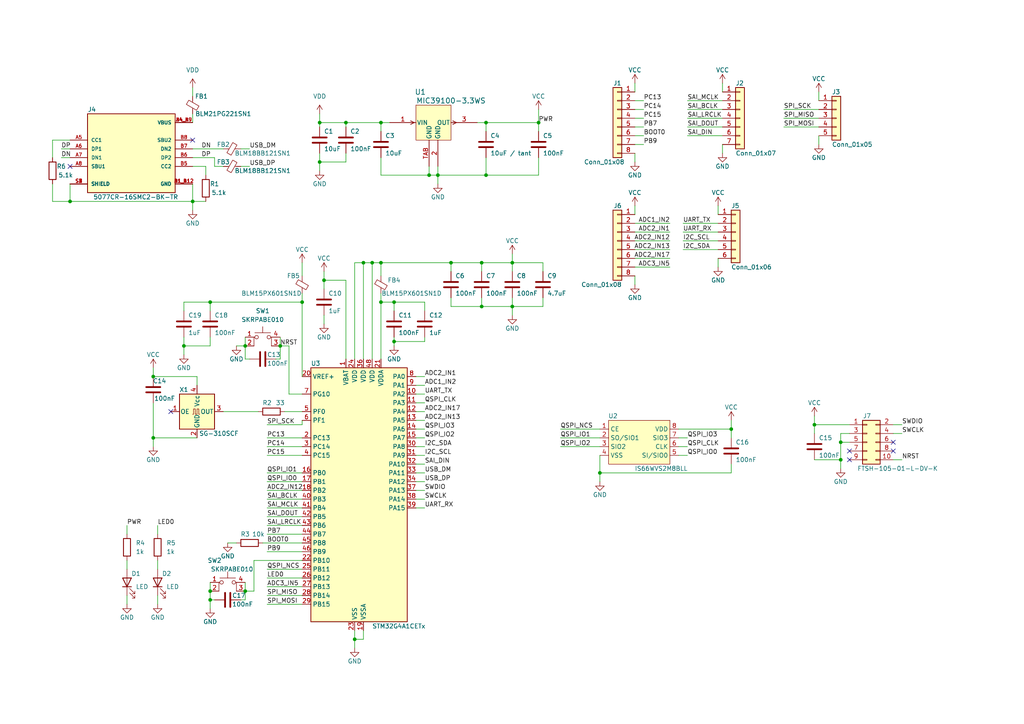
<source format=kicad_sch>
(kicad_sch (version 20230121) (generator eeschema)
  (paper "A4")
  (title_block (title "C4NDY Board") (rev "1") (company "Yamamoto Works Ltd."))
  (lib_symbols
    (symbol "Connector_Generic:Conn_01x05" (pin_names (offset 1.016) hide)
      (property "Reference" "J" (at 0 7.62 0))
      (property "Value" "Conn_01x05" (at 0 -7.62 0))
      (symbol "Conn_01x05_1_1"
        (rectangle (start -1.27 -4.953) (end 0 -5.207) (stroke (width 0.1524)))
        (rectangle (start -1.27 -2.413) (end 0 -2.667) (stroke (width 0.1524)))
        (rectangle (start -1.27 0.127) (end 0 -0.127) (stroke (width 0.1524)))
        (rectangle (start -1.27 2.667) (end 0 2.413) (stroke (width 0.1524)))
        (rectangle (start -1.27 5.207) (end 0 4.953) (stroke (width 0.1524)))
        (rectangle (start -1.27 6.35) (end 1.27 -6.35) (stroke (width 0.254)) (fill (type background)))
        (pin passive line (at -5.08 5.08 0) (length 3.81) (name "Pin_1") (number "1"))
        (pin passive line (at -5.08 2.54 0) (length 3.81) (name "Pin_2") (number "2"))
        (pin passive line (at -5.08 0 0) (length 3.81) (name "Pin_3") (number "3"))
        (pin passive line (at -5.08 -2.54 0) (length 3.81) (name "Pin_4") (number "4"))
        (pin passive line (at -5.08 -5.08 0) (length 3.81) (name "Pin_5") (number "5"))
      )
    )
    (symbol "Connector_Generic:Conn_01x06" (pin_names (offset 1.016) hide)
      (property "Reference" "J" (at 0 7.62 0))
      (property "Value" "Conn_01x06" (at 0 -10.16 0))
      (symbol "Conn_01x06_1_1"
        (rectangle (start -1.27 -7.493) (end 0 -7.747) (stroke (width 0.1524)))
        (rectangle (start -1.27 -4.953) (end 0 -5.207) (stroke (width 0.1524)))
        (rectangle (start -1.27 -2.413) (end 0 -2.667) (stroke (width 0.1524)))
        (rectangle (start -1.27 0.127) (end 0 -0.127) (stroke (width 0.1524)))
        (rectangle (start -1.27 2.667) (end 0 2.413) (stroke (width 0.1524)))
        (rectangle (start -1.27 5.207) (end 0 4.953) (stroke (width 0.1524)))
        (rectangle (start -1.27 6.35) (end 1.27 -8.89) (stroke (width 0.254)) (fill (type background)))
        (pin passive line (at -5.08 5.08 0) (length 3.81) (name "Pin_1") (number "1"))
        (pin passive line (at -5.08 2.54 0) (length 3.81) (name "Pin_2") (number "2"))
        (pin passive line (at -5.08 0 0) (length 3.81) (name "Pin_3") (number "3"))
        (pin passive line (at -5.08 -2.54 0) (length 3.81) (name "Pin_4") (number "4"))
        (pin passive line (at -5.08 -5.08 0) (length 3.81) (name "Pin_5") (number "5"))
        (pin passive line (at -5.08 -7.62 0) (length 3.81) (name "Pin_6") (number "6"))
      )
    )
    (symbol "Connector_Generic:Conn_01x07" (pin_names (offset 1.016) hide)
      (property "Reference" "J" (at 0 10.16 0))
      (property "Value" "Conn_01x07" (at 0 -10.16 0))
      (symbol "Conn_01x07_1_1"
        (rectangle (start -1.27 -7.493) (end 0 -7.747) (stroke (width 0.1524)))
        (rectangle (start -1.27 -4.953) (end 0 -5.207) (stroke (width 0.1524)))
        (rectangle (start -1.27 -2.413) (end 0 -2.667) (stroke (width 0.1524)))
        (rectangle (start -1.27 0.127) (end 0 -0.127) (stroke (width 0.1524)))
        (rectangle (start -1.27 2.667) (end 0 2.413) (stroke (width 0.1524)))
        (rectangle (start -1.27 5.207) (end 0 4.953) (stroke (width 0.1524)))
        (rectangle (start -1.27 7.747) (end 0 7.493) (stroke (width 0.1524)))
        (rectangle (start -1.27 8.89) (end 1.27 -8.89) (stroke (width 0.254)) (fill (type background)))
        (pin passive line (at -5.08 7.62 0) (length 3.81) (name "Pin_1") (number "1"))
        (pin passive line (at -5.08 5.08 0) (length 3.81) (name "Pin_2") (number "2"))
        (pin passive line (at -5.08 2.54 0) (length 3.81) (name "Pin_3") (number "3"))
        (pin passive line (at -5.08 0 0) (length 3.81) (name "Pin_4") (number "4"))
        (pin passive line (at -5.08 -2.54 0) (length 3.81) (name "Pin_5") (number "5"))
        (pin passive line (at -5.08 -5.08 0) (length 3.81) (name "Pin_6") (number "6"))
        (pin passive line (at -5.08 -7.62 0) (length 3.81) (name "Pin_7") (number "7"))
      )
    )
    (symbol "Connector_Generic:Conn_01x08" (pin_names (offset 1.016) hide)
      (property "Reference" "J" (at 0 10.16 0))
      (property "Value" "Conn_01x08" (at 0 -12.7 0))
      (symbol "Conn_01x08_1_1"
        (rectangle (start -1.27 -10.033) (end 0 -10.287) (stroke (width 0.1524)))
        (rectangle (start -1.27 -7.493) (end 0 -7.747) (stroke (width 0.1524)))
        (rectangle (start -1.27 -4.953) (end 0 -5.207) (stroke (width 0.1524)))
        (rectangle (start -1.27 -2.413) (end 0 -2.667) (stroke (width 0.1524)))
        (rectangle (start -1.27 0.127) (end 0 -0.127) (stroke (width 0.1524)))
        (rectangle (start -1.27 2.667) (end 0 2.413) (stroke (width 0.1524)))
        (rectangle (start -1.27 5.207) (end 0 4.953) (stroke (width 0.1524)))
        (rectangle (start -1.27 7.747) (end 0 7.493) (stroke (width 0.1524)))
        (rectangle (start -1.27 8.89) (end 1.27 -11.43) (stroke (width 0.254)) (fill (type background)))
        (pin passive line (at -5.08 7.62 0) (length 3.81) (name "Pin_1") (number "1"))
        (pin passive line (at -5.08 5.08 0) (length 3.81) (name "Pin_2") (number "2"))
        (pin passive line (at -5.08 2.54 0) (length 3.81) (name "Pin_3") (number "3"))
        (pin passive line (at -5.08 0 0) (length 3.81) (name "Pin_4") (number "4"))
        (pin passive line (at -5.08 -2.54 0) (length 3.81) (name "Pin_5") (number "5"))
        (pin passive line (at -5.08 -5.08 0) (length 3.81) (name "Pin_6") (number "6"))
        (pin passive line (at -5.08 -7.62 0) (length 3.81) (name "Pin_7") (number "7"))
        (pin passive line (at -5.08 -10.16 0) (length 3.81) (name "Pin_8") (number "8"))
      )
    )
    (symbol "Connector_Generic:Conn_02x05_Odd_Even" (pin_names (offset 1.016) hide)
      (property "Reference" "J" (at 1.27 7.62 0))
      (property "Value" "Conn_02x05_Odd_Even" (at 1.27 -7.62 0))
      (symbol "Conn_02x05_Odd_Even_1_1"
        (rectangle (start -1.27 -4.953) (end 0 -5.207) (stroke (width 0.1524)))
        (rectangle (start -1.27 -2.413) (end 0 -2.667) (stroke (width 0.1524)))
        (rectangle (start -1.27 0.127) (end 0 -0.127) (stroke (width 0.1524)))
        (rectangle (start -1.27 2.667) (end 0 2.413) (stroke (width 0.1524)))
        (rectangle (start -1.27 5.207) (end 0 4.953) (stroke (width 0.1524)))
        (rectangle (start -1.27 6.35) (end 3.81 -6.35) (stroke (width 0.254)) (fill (type background)))
        (rectangle (start 3.81 -4.953) (end 2.54 -5.207) (stroke (width 0.1524)))
        (rectangle (start 3.81 -2.413) (end 2.54 -2.667) (stroke (width 0.1524)))
        (rectangle (start 3.81 0.127) (end 2.54 -0.127) (stroke (width 0.1524)))
        (rectangle (start 3.81 2.667) (end 2.54 2.413) (stroke (width 0.1524)))
        (rectangle (start 3.81 5.207) (end 2.54 4.953) (stroke (width 0.1524)))
        (pin passive line (at -5.08 5.08 0) (length 3.81) (name "Pin_1") (number "1"))
        (pin passive line (at 7.62 -5.08 180) (length 3.81) (name "Pin_10") (number "10"))
        (pin passive line (at 7.62 5.08 180) (length 3.81) (name "Pin_2") (number "2"))
        (pin passive line (at -5.08 2.54 0) (length 3.81) (name "Pin_3") (number "3"))
        (pin passive line (at 7.62 2.54 180) (length 3.81) (name "Pin_4") (number "4"))
        (pin passive line (at -5.08 0 0) (length 3.81) (name "Pin_5") (number "5"))
        (pin passive line (at 7.62 0 180) (length 3.81) (name "Pin_6") (number "6"))
        (pin passive line (at -5.08 -2.54 0) (length 3.81) (name "Pin_7") (number "7"))
        (pin passive line (at 7.62 -2.54 180) (length 3.81) (name "Pin_8") (number "8"))
        (pin passive line (at -5.08 -5.08 0) (length 3.81) (name "Pin_9") (number "9"))
      )
    )
    (symbol "Device:C" (pin_numbers hide) (pin_names (offset 0.254))
      (property "Reference" "C" (at 0.635 2.54 0))
      (property "Value" "C" (at 0.635 -2.54 0))
      (symbol "C_0_1"
        (polyline (pts (xy -2.032 -0.762) (xy 2.032 -0.762)) (stroke (width 0.508)))
        (polyline (pts (xy -2.032 0.762) (xy 2.032 0.762)) (stroke (width 0.508)))
      )
      (symbol "C_1_1"
        (pin passive line (at 0 3.81 270) (length 2.794) (name "~") (number "1"))
        (pin passive line (at 0 -3.81 90) (length 2.794) (name "~") (number "2"))
      )
    )
    (symbol "Device:FerriteBead_Small" (pin_numbers hide) (pin_names (offset 0))
      (property "Reference" "FB" (at 1.905 1.27 0))
      (property "Value" "FerriteBead_Small" (at 1.905 -1.27 0))
      (symbol "FerriteBead_Small_0_1"
        (polyline (pts (xy 0 -1.27) (xy 0 -0.7874)))
        (polyline (pts (xy 0 0.889) (xy 0 1.2954)))
        (polyline (pts (xy -1.8288 0.2794) (xy -1.1176 1.4986) (xy 1.8288 -0.2032) (xy 1.1176 -1.4224) (xy -1.8288 0.2794)))
      )
      (symbol "FerriteBead_Small_1_1"
        (pin passive line (at 0 2.54 270) (length 1.27) (name "~") (number "1"))
        (pin passive line (at 0 -2.54 90) (length 1.27) (name "~") (number "2"))
      )
    )
    (symbol "Device:LED" (pin_numbers hide) (pin_names (offset 1.016) hide)
      (property "Reference" "D" (at 0 2.54 0))
      (property "Value" "LED" (at 0 -2.54 0))
      (symbol "LED_0_1"
        (polyline (pts (xy -1.27 -1.27) (xy -1.27 1.27)) (stroke (width 0.254)))
        (polyline (pts (xy -1.27 0) (xy 1.27 0)))
        (polyline (pts (xy 1.27 -1.27) (xy 1.27 1.27) (xy -1.27 0) (xy 1.27 -1.27)) (stroke (width 0.254)))
        (polyline (pts (xy -3.048 -0.762) (xy -4.572 -2.286) (xy -3.81 -2.286) (xy -4.572 -2.286) (xy -4.572 -1.524)))
        (polyline (pts (xy -1.778 -0.762) (xy -3.302 -2.286) (xy -2.54 -2.286) (xy -3.302 -2.286) (xy -3.302 -1.524)))
      )
      (symbol "LED_1_1"
        (pin passive line (at -3.81 0 0) (length 2.54) (name "K") (number "1"))
        (pin passive line (at 3.81 0 180) (length 2.54) (name "A") (number "2"))
      )
    )
    (symbol "Device:R" (pin_numbers hide) (pin_names (offset 0))
      (property "Reference" "R" (at 2.032 0 90))
      (property "Value" "R" (at 0 0 90))
      (symbol "R_0_1"
        (rectangle (start -1.016 -2.54) (end 1.016 2.54) (stroke (width 0.254)))
      )
      (symbol "R_1_1"
        (pin passive line (at 0 3.81 270) (length 1.27) (name "~") (number "1"))
        (pin passive line (at 0 -3.81 90) (length 1.27) (name "~") (number "2"))
      )
    )
    (symbol "MCU_ST_STM32G4:STM32G4A1CETx"
      (property "Reference" "U1" (at -12.7 39.37 0))
      (property "Value" "STM32G4A1CETx" (at 5.08 -36.83 0))
      (symbol "STM32G4A1CETx_0_1"
        (rectangle (start -12.7 -35.56) (end 15.24 38.1) (stroke (width 0.254)) (fill (type background)))
      )
      (symbol "STM32G4A1CETx_1_1"
        (pin power_in line (at -2.54 40.64 270) (length 2.54) (name "VBAT") (number "1"))
        (pin bidirectional line (at 17.78 30.48 180) (length 2.54) (name "PA2") (number "10"))
        (pin bidirectional line (at 17.78 27.94 180) (length 2.54) (name "PA3") (number "11"))
        (pin bidirectional line (at 17.78 25.4 180) (length 2.54) (name "PA4") (number "12"))
        (pin bidirectional line (at 17.78 22.86 180) (length 2.54) (name "PA5") (number "13"))
        (pin bidirectional line (at 17.78 20.32 180) (length 2.54) (name "PA6") (number "14"))
        (pin bidirectional line (at 17.78 17.78 180) (length 2.54) (name "PA7") (number "15"))
        (pin bidirectional line (at -15.24 7.62 0) (length 2.54) (name "PB0") (number "16"))
        (pin bidirectional line (at -15.24 5.08 0) (length 2.54) (name "PB1") (number "17"))
        (pin bidirectional line (at -15.24 2.54 0) (length 2.54) (name "PB2") (number "18"))
        (pin passive line (at 2.54 -38.1 90) (length 2.54) (name "VSSA") (number "19"))
        (pin bidirectional line (at -15.24 17.78 0) (length 2.54) (name "PC13") (number "2"))
        (pin input line (at -15.24 35.56 0) (length 2.54) (name "VREF+") (number "20"))
        (pin power_in line (at 7.62 40.64 270) (length 2.54) (name "VDDA") (number "21"))
        (pin bidirectional line (at -15.24 -17.78 0) (length 2.54) (name "PB10") (number "22"))
        (pin passive line (at 0 -38.1 90) (length 2.54) (name "VSS") (number "23"))
        (pin power_in line (at 0 40.64 270) (length 2.54) (name "VDD") (number "24"))
        (pin bidirectional line (at -15.24 -20.32 0) (length 2.54) (name "PB11") (number "25"))
        (pin bidirectional line (at -15.24 -22.86 0) (length 2.54) (name "PB12") (number "26"))
        (pin bidirectional line (at -15.24 -25.4 0) (length 2.54) (name "PB13") (number "27"))
        (pin bidirectional line (at -15.24 -27.94 0) (length 2.54) (name "PB14") (number "28"))
        (pin bidirectional line (at -15.24 -30.48 0) (length 2.54) (name "PB15") (number "29"))
        (pin bidirectional line (at -15.24 15.24 0) (length 2.54) (name "PC14") (number "3"))
        (pin bidirectional line (at 17.78 15.24 180) (length 2.54) (name "PA8") (number "30"))
        (pin bidirectional line (at 17.78 12.7 180) (length 2.54) (name "PA9") (number "31"))
        (pin bidirectional line (at 17.78 10.16 180) (length 2.54) (name "PA10") (number "32"))
        (pin bidirectional line (at 17.78 7.62 180) (length 2.54) (name "PA11") (number "33"))
        (pin bidirectional line (at 17.78 5.08 180) (length 2.54) (name "PA12") (number "34"))
        (pin passive line (at 0 -38.1 90) (length 2.54) hide (name "VSS") (number "35"))
        (pin power_in line (at 2.54 40.64 270) (length 2.54) (name "VDD") (number "36"))
        (pin bidirectional line (at 17.78 2.54 180) (length 2.54) (name "PA13") (number "37"))
        (pin bidirectional line (at 17.78 0 180) (length 2.54) (name "PA14") (number "38"))
        (pin bidirectional line (at 17.78 -2.54 180) (length 2.54) (name "PA15") (number "39"))
        (pin bidirectional line (at -15.24 12.7 0) (length 2.54) (name "PC15") (number "4"))
        (pin bidirectional line (at -15.24 0 0) (length 2.54) (name "PB3") (number "40"))
        (pin bidirectional line (at -15.24 -2.54 0) (length 2.54) (name "PB4") (number "41"))
        (pin bidirectional line (at -15.24 -5.08 0) (length 2.54) (name "PB5") (number "42"))
        (pin bidirectional line (at -15.24 -7.62 0) (length 2.54) (name "PB6") (number "43"))
        (pin bidirectional line (at -15.24 -10.16 0) (length 2.54) (name "PB7") (number "44"))
        (pin bidirectional line (at -15.24 -12.7 0) (length 2.54) (name "PB8") (number "45"))
        (pin bidirectional line (at -15.24 -15.24 0) (length 2.54) (name "PB9") (number "46"))
        (pin passive line (at 0 -38.1 90) (length 2.54) hide (name "VSS") (number "47"))
        (pin power_in line (at 5.08 40.64 270) (length 2.54) (name "VDD") (number "48"))
        (pin bidirectional line (at -15.24 25.4 0) (length 2.54) (name "PF0") (number "5"))
        (pin bidirectional line (at -15.24 22.86 0) (length 2.54) (name "PF1") (number "6"))
        (pin bidirectional line (at -15.24 30.48 0) (length 2.54) (name "PG10") (number "7"))
        (pin bidirectional line (at 17.78 35.56 180) (length 2.54) (name "PA0") (number "8"))
        (pin bidirectional line (at 17.78 33.02 180) (length 2.54) (name "PA1") (number "9"))
      )
    )
    (symbol "My_Parts:5077CR-16SMC2-BK-TR" (pin_names (offset 1.016))
      (property "Reference" "J" (at -12.7 10.922 0))
      (property "Value" "5077CR-16SMC2-BK-TR" (at -12.7 -15.24 0))
      (symbol "5077CR-16SMC2-BK-TR_0_0"
        (rectangle (start -12.7 -12.7) (end 12.7 10.16) (stroke (width 0.254)) (fill (type background)))
        (pin power_in line (at 17.78 -10.16 180) (length 5.08) (name "GND") (number "A1_B12"))
        (pin power_in line (at 17.78 7.62 180) (length 5.08) (name "VBUS") (number "A4_B9"))
        (pin passive line (at -17.78 2.54 0) (length 5.08) (name "CC1") (number "A5"))
        (pin passive line (at -17.78 0 0) (length 5.08) (name "DP1") (number "A6"))
        (pin passive line (at -17.78 -2.54 0) (length 5.08) (name "DN1") (number "A7"))
        (pin passive line (at -17.78 -5.08 0) (length 5.08) (name "SBU1") (number "A8"))
        (pin power_in line (at 17.78 -10.16 180) (length 5.08) (name "GND") (number "B1_A12"))
        (pin power_in line (at 17.78 7.62 180) (length 5.08) (name "VBUS") (number "B4_A9"))
        (pin passive line (at 17.78 -5.08 180) (length 5.08) (name "CC2") (number "B5"))
        (pin passive line (at 17.78 -2.54 180) (length 5.08) (name "DP2") (number "B6"))
        (pin passive line (at 17.78 0 180) (length 5.08) (name "DN2") (number "B7"))
        (pin passive line (at 17.78 2.54 180) (length 5.08) (name "SBU2") (number "B8"))
        (pin passive line (at -17.78 -10.16 0) (length 5.08) (name "SHIELD") (number "S1"))
        (pin passive line (at -17.78 -10.16 0) (length 5.08) (name "SHIELD") (number "S2"))
        (pin passive line (at -17.78 -10.16 0) (length 5.08) (name "SHIELD") (number "S3"))
        (pin passive line (at -17.78 -10.16 0) (length 5.08) (name "SHIELD") (number "S4"))
      )
    )
    (symbol "My_Parts:MIC39100-3.3WS" (pin_names (offset 0.254))
      (property "Reference" "U" (at 12.7 8.89 0))
      (property "Value" "MIC39100-3.3WS" (at 13.97 6.35 0))
      (symbol "MIC39100-3.3WS_0_1"
        (polyline (pts (xy 7.0993 0) (xy 6.0579 -0.5207)) (stroke (width 0.2032)))
        (polyline (pts (xy 7.0993 0) (xy 6.0579 0.5207)) (stroke (width 0.2032)))
        (polyline (pts (xy 18.3007 -0.5207) (xy 19.3421 0)) (stroke (width 0.2032)))
        (polyline (pts (xy 18.3007 0.5207) (xy 19.3421 0)) (stroke (width 0.2032)))
        (pin output line (at 25.4 0 180) (length 7.62) (name "OUT") (number "3"))
      )
      (symbol "MIC39100-3.3WS_1_1"
        (rectangle (start 7.62 5.08) (end 17.78 -5.08) (fill (type background)))
        (pin input line (at 0 0 0) (length 7.62) (name "VIN") (number "1"))
        (pin passive line (at 13.97 -12.7 90) (length 7.62) (name "GND") (number "2"))
        (pin passive line (at 11.43 -12.7 90) (length 7.62) (name "GND") (number "TAB"))
      )
    )
    (symbol "My_Parts:SRAM_QSPI"
      (property "Reference" "U" (at -8.89 7.62 0))
      (property "Value" "SRAM" (at 6.35 -7.62 0))
      (symbol "SRAM_QSPI_1_1"
        (rectangle (start -8.89 6.35) (end 8.89 -6.35) (fill (type background)))
        (pin input line (at -11.43 3.81 0) (length 2.54) (name "CE") (number "1"))
        (pin bidirectional line (at -11.43 1.27 0) (length 2.54) (name "SO/SIO1") (number "2"))
        (pin bidirectional line (at -11.43 -1.27 0) (length 2.54) (name "SIO2") (number "3"))
        (pin passive line (at -11.43 -3.81 0) (length 2.54) (name "VSS") (number "4"))
        (pin bidirectional line (at 11.43 -3.81 180) (length 2.54) (name "SI/SIO0") (number "5"))
        (pin input line (at 11.43 -1.27 180) (length 2.54) (name "CLK") (number "6"))
        (pin bidirectional line (at 11.43 1.27 180) (length 2.54) (name "SIO3") (number "7"))
        (pin power_in line (at 11.43 3.81 180) (length 2.54) (name "VDD") (number "8"))
      )
    )
    (symbol "Oscillator:SG-8002CE" (pin_names (offset 0.254))
      (property "Reference" "X1" (at -3.81 6.35 0))
      (property "Value" "SG-310SCF" (at 6.35 -6.35 0))
      (symbol "SG-8002CE_0_1"
        (rectangle (start -5.08 5.08) (end 5.08 -5.08) (stroke (width 0.254)) (fill (type background)))
        (polyline (pts (xy -1.27 -0.762) (xy -1.016 -0.762) (xy -1.016 0.762) (xy -0.508 0.762) (xy -0.508 -0.762) (xy 0 -0.762) (xy 0 0.762) (xy 0.508 0.762) (xy 0.508 -0.762) (xy 0.762 -0.762)))
      )
      (symbol "SG-8002CE_1_1"
        (pin input line (at -7.62 0 0) (length 2.54) (name "OE") (number "1"))
        (pin passive line (at 0 -7.62 90) (length 2.54) (name "GND") (number "2"))
        (pin output line (at 7.62 0 180) (length 2.54) (name "OUT") (number "3"))
        (pin power_in line (at 0 7.62 270) (length 2.54) (name "Vcc") (number "4"))
      )
    )
    (symbol "Switch:SW_MEC_5E" (pin_names (offset 1.016) hide)
      (property "Reference" "SW" (at 0.635 5.715 0))
      (property "Value" "SW_MEC_5E" (at 0 -3.175 0))
      (symbol "SW_MEC_5E_0_1"
        (circle (center -1.778 2.54) (radius 0.508))
        (polyline (pts (xy -2.286 3.81) (xy 2.286 3.81)))
        (polyline (pts (xy 0 3.81) (xy 0 5.588)))
        (polyline (pts (xy -2.54 0) (xy -2.54 2.54) (xy -2.286 2.54)))
        (polyline (pts (xy 2.54 0) (xy 2.54 2.54) (xy 2.286 2.54)))
        (circle (center 1.778 2.54) (radius 0.508))
        (pin passive line (at -5.08 2.54 0) (length 2.54) (name "1") (number "1"))
        (pin passive line (at -5.08 0 0) (length 2.54) (name "2") (number "2"))
        (pin passive line (at 5.08 0 180) (length 2.54) (name "K") (number "3"))
        (pin passive line (at 5.08 2.54 180) (length 2.54) (name "A") (number "4"))
      )
    )
    (symbol "power:GND" (power) (pin_names (offset 0))
      (property "Value" "GND" (at 0 -3.81 0))
      (symbol "GND_0_1"
        (polyline (pts (xy 0 0) (xy 0 -1.27) (xy 1.27 -1.27) (xy 0 -2.54) (xy -1.27 -1.27) (xy 0 -1.27)))
      )
      (symbol "GND_1_1"
        (pin power_in line (at 0 0 270) (length 0) hide (name "GND") (number "1"))
      )
    )
    (symbol "power:VCC" (power) (pin_names (offset 0))
      (property "Value" "VCC" (at 0 3.81 0))
      (symbol "VCC_0_1"
        (polyline (pts (xy -0.762 1.27) (xy 0 2.54)))
        (polyline (pts (xy 0 0) (xy 0 2.54)))
        (polyline (pts (xy 0 2.54) (xy 0.762 1.27)))
      )
      (symbol "VCC_1_1"
        (pin power_in line (at 0 0 90) (length 0) hide (name "VCC") (number "1"))
      )
    )
    (symbol "power:VDD" (power) (pin_names (offset 0))
      (property "Value" "VDD" (at 0 3.81 0))
      (symbol "VDD_0_1"
        (polyline (pts (xy -0.762 1.27) (xy 0 2.54)))
        (polyline (pts (xy 0 0) (xy 0 2.54)))
        (polyline (pts (xy 0 2.54) (xy 0.762 1.27)))
      )
      (symbol "VDD_1_1"
        (pin power_in line (at 0 0 90) (length 0) hide (name "VDD") (number "1"))
      )
    )
  )
  (junction (at 130.81 76.2))
  (junction (at 105.41 76.2))
  (junction (at 20.32 58.42))
  (junction (at 93.98 81.28))
  (junction (at 236.22 123.19))
  (junction (at 102.87 185.42))
  (junction (at 243.84 128.27))
  (junction (at 110.49 87.63))
  (junction (at 124.46 50.8))
  (junction (at 100.33 35.56))
  (junction (at 114.3 87.63))
  (junction (at 110.49 76.2))
  (junction (at 60.96 173.99))
  (junction (at 60.96 171.45))
  (junction (at 92.71 35.56))
  (junction (at 44.45 109.22))
  (junction (at 107.95 76.2))
  (junction (at 140.97 50.8))
  (junction (at 110.49 35.56))
  (junction (at 212.09 124.46))
  (junction (at 87.63 87.63))
  (junction (at 173.99 137.16))
  (junction (at 148.59 88.9))
  (junction (at 127 50.8))
  (junction (at 71.12 100.33))
  (junction (at 156.21 35.56))
  (junction (at 243.84 133.35))
  (junction (at 71.12 171.45))
  (junction (at 81.28 100.33))
  (junction (at 139.7 76.2))
  (junction (at 114.3 99.06))
  (junction (at 53.34 100.33))
  (junction (at 140.97 35.56))
  (junction (at 55.88 58.42))
  (junction (at 148.59 76.2))
  (junction (at 139.7 88.9))
  (junction (at 60.96 87.63))
  (junction (at 92.71 46.99))
  (junction (at 44.45 127))
  (no_connect (at 259.08 128.27))
  (no_connect (at 55.88 40.64))
  (no_connect (at 49.53 119.38))
  (no_connect (at 246.38 133.35))
  (no_connect (at 259.08 130.81))
  (no_connect (at 20.32 48.26))
  (no_connect (at 246.38 130.81))
  (wire (pts (xy 100.33 44.45) (xy 100.33 46.99)))
  (wire (pts (xy 87.63 87.63) (xy 87.63 109.22)))
  (wire (pts (xy 120.65 142.24) (xy 123.19 142.24)))
  (wire (pts (xy 156.21 35.56) (xy 156.21 38.1)))
  (wire (pts (xy 114.3 97.79) (xy 114.3 99.06)))
  (wire (pts (xy 53.34 90.17) (xy 53.34 87.63)))
  (wire (pts (xy 83.82 114.3) (xy 87.63 114.3)))
  (wire (pts (xy 184.15 36.83) (xy 186.69 36.83)))
  (wire (pts (xy 259.08 133.35) (xy 261.62 133.35)))
  (wire (pts (xy 120.65 129.54) (xy 123.19 129.54)))
  (wire (pts (xy 199.39 29.21) (xy 209.55 29.21)))
  (wire (pts (xy 17.78 43.18) (xy 20.32 43.18)))
  (wire (pts (xy 83.82 100.33) (xy 83.82 114.3)))
  (wire (pts (xy 15.24 58.42) (xy 20.32 58.42)))
  (wire (pts (xy 139.7 86.36) (xy 139.7 88.9)))
  (wire (pts (xy 124.46 48.26) (xy 124.46 50.8)))
  (wire (pts (xy 157.48 78.74) (xy 157.48 76.2)))
  (wire (pts (xy 162.56 127) (xy 173.99 127)))
  (wire (pts (xy 15.24 53.34) (xy 15.24 58.42)))
  (wire (pts (xy 140.97 35.56) (xy 156.21 35.56)))
  (wire (pts (xy 102.87 185.42) (xy 102.87 187.96)))
  (wire (pts (xy 199.39 36.83) (xy 209.55 36.83)))
  (wire (pts (xy 243.84 128.27) (xy 243.84 133.35)))
  (wire (pts (xy 130.81 86.36) (xy 130.81 88.9)))
  (wire (pts (xy 196.85 132.08) (xy 199.39 132.08)))
  (wire (pts (xy 156.21 45.72) (xy 156.21 50.8)))
  (wire (pts (xy 82.55 119.38) (xy 87.63 119.38)))
  (wire (pts (xy 17.78 45.72) (xy 20.32 45.72)))
  (wire (pts (xy 66.04 157.48) (xy 68.58 157.48)))
  (wire (pts (xy 212.09 137.16) (xy 173.99 137.16)))
  (wire (pts (xy 114.3 99.06) (xy 114.3 100.33)))
  (wire (pts (xy 212.09 124.46) (xy 212.09 127)))
  (wire (pts (xy 259.08 123.19) (xy 261.62 123.19)))
  (wire (pts (xy 102.87 182.88) (xy 102.87 185.42)))
  (wire (pts (xy 194.31 72.39) (xy 184.15 72.39)))
  (wire (pts (xy 243.84 128.27) (xy 246.38 128.27)))
  (wire (pts (xy 77.47 147.32) (xy 87.63 147.32)))
  (wire (pts (xy 87.63 123.19) (xy 87.63 121.92)))
  (wire (pts (xy 53.34 97.79) (xy 53.34 100.33)))
  (wire (pts (xy 107.95 76.2) (xy 107.95 104.14)))
  (wire (pts (xy 157.48 88.9) (xy 148.59 88.9)))
  (wire (pts (xy 148.59 73.66) (xy 148.59 76.2)))
  (wire (pts (xy 110.49 35.56) (xy 110.49 38.1)))
  (wire (pts (xy 110.49 35.56) (xy 100.33 35.56)))
  (wire (pts (xy 92.71 44.45) (xy 92.71 46.99)))
  (wire (pts (xy 110.49 35.56) (xy 113.03 35.56)))
  (wire (pts (xy 157.48 76.2) (xy 148.59 76.2)))
  (wire (pts (xy 69.85 43.18) (xy 72.39 43.18)))
  (wire (pts (xy 20.32 58.42) (xy 55.88 58.42)))
  (wire (pts (xy 110.49 45.72) (xy 110.49 50.8)))
  (wire (pts (xy 77.47 149.86) (xy 87.63 149.86)))
  (wire (pts (xy 246.38 123.19) (xy 236.22 123.19)))
  (wire (pts (xy 36.83 162.56) (xy 36.83 165.1)))
  (wire (pts (xy 55.88 58.42) (xy 59.69 58.42)))
  (wire (pts (xy 237.49 39.37) (xy 237.49 41.91)))
  (wire (pts (xy 77.47 167.64) (xy 87.63 167.64)))
  (wire (pts (xy 148.59 76.2) (xy 139.7 76.2)))
  (wire (pts (xy 71.12 168.91) (xy 71.12 171.45)))
  (wire (pts (xy 73.66 162.56) (xy 73.66 171.45)))
  (wire (pts (xy 208.28 74.93) (xy 208.28 77.47)))
  (wire (pts (xy 69.85 48.26) (xy 72.39 48.26)))
  (wire (pts (xy 77.47 127) (xy 87.63 127)))
  (wire (pts (xy 59.69 48.26) (xy 59.69 50.8)))
  (wire (pts (xy 60.96 100.33) (xy 53.34 100.33)))
  (wire (pts (xy 60.96 168.91) (xy 60.96 171.45)))
  (wire (pts (xy 55.88 43.18) (xy 64.77 43.18)))
  (wire (pts (xy 77.47 139.7) (xy 87.63 139.7)))
  (wire (pts (xy 123.19 99.06) (xy 114.3 99.06)))
  (wire (pts (xy 123.19 90.17) (xy 123.19 87.63)))
  (wire (pts (xy 184.15 34.29) (xy 186.69 34.29)))
  (wire (pts (xy 184.15 80.01) (xy 184.15 82.55)))
  (wire (pts (xy 130.81 78.74) (xy 130.81 76.2)))
  (wire (pts (xy 73.66 162.56) (xy 87.63 162.56)))
  (wire (pts (xy 120.65 144.78) (xy 123.19 144.78)))
  (wire (pts (xy 139.7 88.9) (xy 130.81 88.9)))
  (wire (pts (xy 157.48 86.36) (xy 157.48 88.9)))
  (wire (pts (xy 120.65 116.84) (xy 123.19 116.84)))
  (wire (pts (xy 60.96 90.17) (xy 60.96 87.63)))
  (wire (pts (xy 227.33 31.75) (xy 237.49 31.75)))
  (wire (pts (xy 236.22 123.19) (xy 236.22 120.65)))
  (wire (pts (xy 196.85 124.46) (xy 212.09 124.46)))
  (wire (pts (xy 140.97 45.72) (xy 140.97 50.8)))
  (wire (pts (xy 184.15 39.37) (xy 186.69 39.37)))
  (wire (pts (xy 77.47 175.26) (xy 87.63 175.26)))
  (wire (pts (xy 162.56 124.46) (xy 173.99 124.46)))
  (wire (pts (xy 77.47 129.54) (xy 87.63 129.54)))
  (wire (pts (xy 110.49 85.09) (xy 110.49 87.63)))
  (wire (pts (xy 199.39 31.75) (xy 209.55 31.75)))
  (wire (pts (xy 184.15 41.91) (xy 186.69 41.91)))
  (wire (pts (xy 36.83 152.4) (xy 36.83 154.94)))
  (wire (pts (xy 236.22 123.19) (xy 236.22 125.73)))
  (wire (pts (xy 124.46 50.8) (xy 127 50.8)))
  (wire (pts (xy 162.56 129.54) (xy 173.99 129.54)))
  (wire (pts (xy 87.63 85.09) (xy 87.63 87.63)))
  (wire (pts (xy 76.2 157.48) (xy 87.63 157.48)))
  (wire (pts (xy 100.33 36.83) (xy 100.33 35.56)))
  (wire (pts (xy 55.88 48.26) (xy 59.69 48.26)))
  (wire (pts (xy 184.15 31.75) (xy 186.69 31.75)))
  (wire (pts (xy 105.41 76.2) (xy 105.41 104.14)))
  (wire (pts (xy 198.12 72.39) (xy 208.28 72.39)))
  (wire (pts (xy 62.23 45.72) (xy 62.23 48.26)))
  (wire (pts (xy 138.43 35.56) (xy 140.97 35.56)))
  (wire (pts (xy 123.19 97.79) (xy 123.19 99.06)))
  (wire (pts (xy 110.49 76.2) (xy 130.81 76.2)))
  (wire (pts (xy 114.3 87.63) (xy 110.49 87.63)))
  (wire (pts (xy 120.65 147.32) (xy 123.19 147.32)))
  (wire (pts (xy 77.47 142.24) (xy 87.63 142.24)))
  (wire (pts (xy 120.65 121.92) (xy 123.19 121.92)))
  (wire (pts (xy 120.65 137.16) (xy 123.19 137.16)))
  (wire (pts (xy 80.01 104.14) (xy 81.28 104.14)))
  (wire (pts (xy 45.72 172.72) (xy 45.72 175.26)))
  (wire (pts (xy 87.63 80.01) (xy 87.63 76.2)))
  (wire (pts (xy 110.49 87.63) (xy 110.49 104.14)))
  (wire (pts (xy 194.31 69.85) (xy 184.15 69.85)))
  (wire (pts (xy 114.3 90.17) (xy 114.3 87.63)))
  (wire (pts (xy 105.41 182.88) (xy 105.41 185.42)))
  (wire (pts (xy 123.19 87.63) (xy 114.3 87.63)))
  (wire (pts (xy 44.45 116.84) (xy 44.45 127)))
  (wire (pts (xy 194.31 64.77) (xy 184.15 64.77)))
  (wire (pts (xy 77.47 137.16) (xy 87.63 137.16)))
  (wire (pts (xy 100.33 81.28) (xy 100.33 104.14)))
  (wire (pts (xy 209.55 41.91) (xy 209.55 44.45)))
  (wire (pts (xy 227.33 36.83) (xy 237.49 36.83)))
  (wire (pts (xy 77.47 144.78) (xy 87.63 144.78)))
  (wire (pts (xy 77.47 172.72) (xy 87.63 172.72)))
  (wire (pts (xy 92.71 46.99) (xy 92.71 49.53)))
  (wire (pts (xy 77.47 123.19) (xy 87.63 123.19)))
  (wire (pts (xy 120.65 134.62) (xy 123.19 134.62)))
  (wire (pts (xy 81.28 104.14) (xy 81.28 100.33)))
  (wire (pts (xy 44.45 127) (xy 57.15 127)))
  (wire (pts (xy 100.33 81.28) (xy 93.98 81.28)))
  (wire (pts (xy 53.34 87.63) (xy 60.96 87.63)))
  (wire (pts (xy 53.34 100.33) (xy 53.34 102.87)))
  (wire (pts (xy 60.96 173.99) (xy 62.23 173.99)))
  (wire (pts (xy 62.23 48.26) (xy 64.77 48.26)))
  (wire (pts (xy 36.83 172.72) (xy 36.83 175.26)))
  (wire (pts (xy 45.72 162.56) (xy 45.72 165.1)))
  (wire (pts (xy 184.15 29.21) (xy 186.69 29.21)))
  (wire (pts (xy 173.99 137.16) (xy 173.99 139.7)))
  (wire (pts (xy 60.96 87.63) (xy 87.63 87.63)))
  (wire (pts (xy 139.7 76.2) (xy 139.7 78.74)))
  (wire (pts (xy 139.7 76.2) (xy 130.81 76.2)))
  (wire (pts (xy 156.21 31.75) (xy 156.21 35.56)))
  (wire (pts (xy 140.97 35.56) (xy 140.97 38.1)))
  (wire (pts (xy 100.33 46.99) (xy 92.71 46.99)))
  (wire (pts (xy 246.38 125.73) (xy 243.84 125.73)))
  (wire (pts (xy 69.85 173.99) (xy 71.12 173.99)))
  (wire (pts (xy 71.12 173.99) (xy 71.12 171.45)))
  (wire (pts (xy 194.31 74.93) (xy 184.15 74.93)))
  (wire (pts (xy 212.09 124.46) (xy 212.09 121.92)))
  (wire (pts (xy 71.12 104.14) (xy 71.12 100.33)))
  (wire (pts (xy 148.59 88.9) (xy 148.59 91.44)))
  (wire (pts (xy 45.72 152.4) (xy 45.72 154.94)))
  (wire (pts (xy 259.08 125.73) (xy 261.62 125.73)))
  (wire (pts (xy 110.49 50.8) (xy 124.46 50.8)))
  (wire (pts (xy 55.88 33.02) (xy 55.88 35.56)))
  (wire (pts (xy 55.88 45.72) (xy 62.23 45.72)))
  (wire (pts (xy 81.28 100.33) (xy 83.82 100.33)))
  (wire (pts (xy 60.96 173.99) (xy 60.96 176.53)))
  (wire (pts (xy 209.55 24.13) (xy 209.55 26.67)))
  (wire (pts (xy 77.47 132.08) (xy 87.63 132.08)))
  (wire (pts (xy 93.98 81.28) (xy 93.98 83.82)))
  (wire (pts (xy 198.12 69.85) (xy 208.28 69.85)))
  (wire (pts (xy 68.58 100.33) (xy 71.12 100.33)))
  (wire (pts (xy 102.87 76.2) (xy 105.41 76.2)))
  (wire (pts (xy 44.45 109.22) (xy 57.15 109.22)))
  (wire (pts (xy 184.15 44.45) (xy 184.15 46.99)))
  (wire (pts (xy 173.99 137.16) (xy 173.99 132.08)))
  (wire (pts (xy 105.41 76.2) (xy 107.95 76.2)))
  (wire (pts (xy 184.15 24.13) (xy 184.15 26.67)))
  (wire (pts (xy 198.12 67.31) (xy 208.28 67.31)))
  (wire (pts (xy 148.59 78.74) (xy 148.59 76.2)))
  (wire (pts (xy 44.45 106.68) (xy 44.45 109.22)))
  (wire (pts (xy 184.15 59.69) (xy 184.15 62.23)))
  (wire (pts (xy 156.21 50.8) (xy 140.97 50.8)))
  (wire (pts (xy 71.12 97.79) (xy 71.12 100.33)))
  (wire (pts (xy 102.87 76.2) (xy 102.87 104.14)))
  (wire (pts (xy 93.98 78.74) (xy 93.98 81.28)))
  (wire (pts (xy 77.47 170.18) (xy 87.63 170.18)))
  (wire (pts (xy 199.39 34.29) (xy 209.55 34.29)))
  (wire (pts (xy 57.15 109.22) (xy 57.15 111.76)))
  (wire (pts (xy 120.65 111.76) (xy 123.19 111.76)))
  (wire (pts (xy 20.32 40.64) (xy 15.24 40.64)))
  (wire (pts (xy 71.12 171.45) (xy 73.66 171.45)))
  (wire (pts (xy 100.33 35.56) (xy 92.71 35.56)))
  (wire (pts (xy 64.77 119.38) (xy 74.93 119.38)))
  (wire (pts (xy 120.65 127) (xy 123.19 127)))
  (wire (pts (xy 55.88 53.34) (xy 55.88 58.42)))
  (wire (pts (xy 243.84 133.35) (xy 243.84 135.89)))
  (wire (pts (xy 77.47 154.94) (xy 87.63 154.94)))
  (wire (pts (xy 60.96 97.79) (xy 60.96 100.33)))
  (wire (pts (xy 196.85 127) (xy 199.39 127)))
  (wire (pts (xy 77.47 165.1) (xy 87.63 165.1)))
  (wire (pts (xy 208.28 59.69) (xy 208.28 62.23)))
  (wire (pts (xy 20.32 53.34) (xy 20.32 58.42)))
  (wire (pts (xy 44.45 127) (xy 44.45 129.54)))
  (wire (pts (xy 81.28 97.79) (xy 81.28 100.33)))
  (wire (pts (xy 92.71 33.02) (xy 92.71 35.56)))
  (wire (pts (xy 199.39 39.37) (xy 209.55 39.37)))
  (wire (pts (xy 243.84 125.73) (xy 243.84 128.27)))
  (wire (pts (xy 110.49 80.01) (xy 110.49 76.2)))
  (wire (pts (xy 72.39 104.14) (xy 71.12 104.14)))
  (wire (pts (xy 227.33 34.29) (xy 237.49 34.29)))
  (wire (pts (xy 237.49 26.67) (xy 237.49 29.21)))
  (wire (pts (xy 194.31 77.47) (xy 184.15 77.47)))
  (wire (pts (xy 120.65 139.7) (xy 123.19 139.7)))
  (wire (pts (xy 93.98 91.44) (xy 93.98 93.98)))
  (wire (pts (xy 105.41 185.42) (xy 102.87 185.42)))
  (wire (pts (xy 120.65 119.38) (xy 123.19 119.38)))
  (wire (pts (xy 120.65 124.46) (xy 123.19 124.46)))
  (wire (pts (xy 212.09 134.62) (xy 212.09 137.16)))
  (wire (pts (xy 15.24 40.64) (xy 15.24 45.72)))
  (wire (pts (xy 60.96 171.45) (xy 60.96 173.99)))
  (wire (pts (xy 77.47 152.4) (xy 87.63 152.4)))
  (wire (pts (xy 127 50.8) (xy 127 53.34)))
  (wire (pts (xy 55.88 58.42) (xy 55.88 60.96)))
  (wire (pts (xy 55.88 25.4) (xy 55.88 27.94)))
  (wire (pts (xy 107.95 76.2) (xy 110.49 76.2)))
  (wire (pts (xy 120.65 109.22) (xy 123.19 109.22)))
  (wire (pts (xy 196.85 129.54) (xy 199.39 129.54)))
  (wire (pts (xy 236.22 133.35) (xy 243.84 133.35)))
  (wire (pts (xy 92.71 35.56) (xy 92.71 36.83)))
  (wire (pts (xy 77.47 160.02) (xy 87.63 160.02)))
  (wire (pts (xy 127 48.26) (xy 127 50.8)))
  (wire (pts (xy 148.59 88.9) (xy 139.7 88.9)))
  (wire (pts (xy 120.65 132.08) (xy 123.19 132.08)))
  (wire (pts (xy 148.59 86.36) (xy 148.59 88.9)))
  (wire (pts (xy 140.97 50.8) (xy 127 50.8)))
  (wire (pts (xy 198.12 64.77) (xy 208.28 64.77)))
  (wire (pts (xy 120.65 114.3) (xy 123.19 114.3)))
  (wire (pts (xy 194.31 67.31) (xy 184.15 67.31)))
  (label "SAI_DOUT" (at 199.39 36.83 0))
  (label "ADC2_IN1" (at 194.31 67.31 180))
  (label "SPI_MOSI" (at 227.33 36.83 0))
  (label "QSPI_IO0" (at 199.39 132.08 0))
  (label "SAI_MCLK" (at 77.47 147.32 0))
  (label "BOOT0" (at 77.47 157.48 0))
  (label "SAI_BCLK" (at 199.39 31.75 0))
  (label "SPI_SCK" (at 227.33 31.75 0))
  (label "QSPI_IO3" (at 123.19 124.46 0))
  (label "SPI_MISO" (at 77.47 172.72 0))
  (label "SPI_SCK" (at 77.47 123.19 0))
  (label "ADC2_IN1" (at 123.19 109.22 0))
  (label "ADC1_IN2" (at 194.31 64.77 180))
  (label "PC13" (at 186.69 29.21 0))
  (label "ADC2_IN12" (at 194.31 69.85 180))
  (label "PB7" (at 186.69 36.83 0))
  (label "QSPI_IO1" (at 77.47 137.16 0))
  (label "SAI_MCLK" (at 199.39 29.21 0))
  (label "USB_DP" (at 123.19 139.7 0))
  (label "ADC2_IN17" (at 123.19 119.38 0))
  (label "PC13" (at 77.47 127 0))
  (label "DN" (at 17.78 45.72 0))
  (label "PB9" (at 186.69 41.91 0))
  (label "LED0" (at 77.47 167.64 0))
  (label "ADC3_IN5" (at 77.47 170.18 0))
  (label "UART_TX" (at 123.19 114.3 0))
  (label "PC15" (at 186.69 34.29 0))
  (label "SAI_LRCLK" (at 77.47 152.4 0))
  (label "ADC2_IN13" (at 194.31 72.39 180))
  (label "QSPI_IO3" (at 199.39 127 0))
  (label "PWR" (at 36.83 152.4 0))
  (label "ADC1_IN2" (at 123.19 111.76 0))
  (label "QSPI_CLK" (at 123.19 116.84 0))
  (label "PB9" (at 77.47 160.02 0))
  (label "QSPI_CLK" (at 199.39 129.54 0))
  (label "SPI_MOSI" (at 77.47 175.26 0))
  (label "BOOT0" (at 186.69 39.37 0))
  (label "SPI_MISO" (at 227.33 34.29 0))
  (label "SWCLK" (at 261.62 125.73 0))
  (label "UART_TX" (at 198.12 64.77 0))
  (label "I2C_SDA" (at 123.19 129.54 0))
  (label "QSPI_NCS" (at 77.47 165.1 0))
  (label "NRST" (at 81.28 100.33 0))
  (label "PC14" (at 186.69 31.75 0))
  (label "I2C_SDA" (at 198.12 72.39 0))
  (label "SAI_DOUT" (at 77.47 149.86 0))
  (label "ADC2_IN13" (at 123.19 121.92 0))
  (label "NRST" (at 261.62 133.35 0))
  (label "QSPI_IO2" (at 162.56 129.54 0))
  (label "SAI_LRCLK" (at 199.39 34.29 0))
  (label "SAI_DIN" (at 123.19 134.62 0))
  (label "PB7" (at 77.47 154.94 0))
  (label "DN" (at 58.42 43.18 0))
  (label "ADC2_IN17" (at 194.31 74.93 180))
  (label "USB_DP" (at 72.39 48.26 0))
  (label "QSPI_IO1" (at 162.56 127 0))
  (label "SWCLK" (at 123.19 144.78 0))
  (label "UART_RX" (at 198.12 67.31 0))
  (label "SAI_DIN" (at 199.39 39.37 0))
  (label "UART_RX" (at 123.19 147.32 0))
  (label "QSPI_IO2" (at 123.19 127 0))
  (label "ADC2_IN12" (at 77.47 142.24 0))
  (label "ADC3_IN5" (at 194.31 77.47 180))
  (label "PC14" (at 77.47 129.54 0))
  (label "QSPI_IO0" (at 77.47 139.7 0))
  (label "PC15" (at 77.47 132.08 0))
  (label "PWR" (at 156.21 35.56 0))
  (label "USB_DM" (at 72.39 43.18 0))
  (label "SAI_BCLK" (at 77.47 144.78 0))
  (label "LED0" (at 45.72 152.4 0))
  (label "I2C_SCL" (at 198.12 69.85 0))
  (label "SWDIO" (at 261.62 123.19 0))
  (label "QSPI_NCS" (at 162.56 124.46 0))
  (label "SWDIO" (at 123.19 142.24 0))
  (label "I2C_SCL" (at 123.19 132.08 0))
  (label "DP" (at 17.78 43.18 0))
  (label "DP" (at 58.42 45.72 0))
  (label "USB_DM" (at 123.19 137.16 0))
  (symbol (lib_id "power:GND") (at 173.99 139.7 0) (unit 1)
    (property "Reference" "#PWR028" (effects hide))
    (property "Value" "GND" (at 173.99 143.51 0))
  )
  (symbol (lib_id "power:VCC") (at 93.98 78.74 0) (unit 1)
    (property "Reference" "#PWR017" (effects hide))
    (property "Value" "VCC" (at 93.98 74.93 0))
  )
  (symbol (lib_id "Device:C") (at 110.49 41.91 0) (unit 1)
    (property "Reference" "C3" (at 111.76 39.37 0) (effects (justify left)))
    (property "Value" "10uF" (at 111.76 44.45 0) (effects (justify left)))
    (property "Footprint" "Capacitor_SMD:C_0603_1608Metric" (effects hide))
  )
  (symbol (lib_id "power:VCC") (at 184.15 24.13 0) (unit 1)
    (property "Reference" "#PWR01" (effects hide))
    (property "Value" "VCC" (at 184.15 20.32 0))
  )
  (symbol (lib_id "power:GND") (at 237.49 41.91 0) (unit 1)
    (property "Reference" "#PWR07" (effects hide))
    (property "Value" "GND" (at 237.49 45.72 0))
  )
  (symbol (lib_id "Device:FerriteBead_Small") (at 87.63 82.55 180) (unit 1)
    (property "Reference" "FB5" (at 85.09 80.01 0))
    (property "Value" "BLM15PX601SN1D" (at 78.74 85.09 0))
    (property "Footprint" "Inductor_SMD:L_0402_1005Metric" (effects hide))
  )
  (symbol (lib_id "Device:R") (at 45.72 158.75 0) (unit 1)
    (property "Reference" "R5" (at 48.26 157.48 0) (effects (justify left)))
    (property "Value" "1k" (at 48.26 160.02 0) (effects (justify left)))
    (property "Footprint" "Resistor_SMD:R_0402_1005Metric" (effects hide))
  )
  (symbol (lib_id "Connector_Generic:Conn_02x05_Odd_Even") (at 251.46 128.27 0) (unit 1)
    (property "Reference" "J7" (at 251.46 120.65 0))
    (property "Value" "FTSH-105-01-L-DV-K" (at 260.35 135.89 0))
    (property "Footprint" "My_Parts:SAMTEC_FTSH-105-XX-X-DV" (effects hide))
  )
  (symbol (lib_id "power:GND") (at 45.72 175.26 0) (unit 1)
    (property "Reference" "#PWR031" (effects hide))
    (property "Value" "GND" (at 45.72 179.07 0))
  )
  (symbol (lib_id "Device:C") (at 139.7 82.55 0) (unit 1)
    (property "Reference" "C7" (at 140.97 80.01 0) (effects (justify left)))
    (property "Value" "100nF" (at 140.97 85.09 0) (effects (justify left)))
    (property "Footprint" "Capacitor_SMD:C_0402_1005Metric" (effects hide))
  )
  (symbol (lib_id "Device:R") (at 78.74 119.38 90) (unit 1)
    (property "Reference" "R2" (at 77.47 116.84 90))
    (property "Value" "33" (at 81.28 116.84 90))
    (property "Footprint" "Resistor_SMD:R_0402_1005Metric" (effects hide))
  )
  (symbol (lib_id "Connector_Generic:Conn_01x07") (at 214.63 34.29 0) (unit 1)
    (property "Reference" "J2" (at 213.36 24.13 0) (effects (justify left)))
    (property "Value" "Conn_01x07" (at 213.36 44.45 0) (effects (justify left)))
    (property "Footprint" "My_Parts:PinHeader_1x07_P2.54mm_Vertical" (effects hide))
  )
  (symbol (lib_id "Device:FerriteBead_Small") (at 110.49 82.55 180) (unit 1)
    (property "Reference" "FB4" (at 114.3 81.28 0))
    (property "Value" "BLM15PX601SN1D" (at 119.38 85.09 0))
    (property "Footprint" "Inductor_SMD:L_0402_1005Metric" (effects hide))
  )
  (symbol (lib_id "Device:R") (at 59.69 54.61 0) (unit 1)
    (property "Reference" "R1" (at 62.23 53.34 0))
    (property "Value" "5.1k" (at 63.5 55.88 0))
    (property "Footprint" "Resistor_SMD:R_0402_1005Metric" (effects hide))
  )
  (symbol (lib_id "Device:C") (at 123.19 93.98 0) (unit 1)
    (property "Reference" "C12" (at 124.46 91.44 0) (effects (justify left)))
    (property "Value" "1uF" (at 124.46 96.52 0) (effects (justify left)))
    (property "Footprint" "Capacitor_SMD:C_0402_1005Metric" (effects hide))
  )
  (symbol (lib_id "Switch:SW_MEC_5E") (at 66.04 171.45 0) (unit 1)
    (property "Reference" "SW2" (at 62.23 162.56 0))
    (property "Value" "SKRPABE010" (at 67.31 165.1 0))
    (property "Footprint" "My_Parts:SKRPABE010" (effects hide))
    (property "Datasheet" "http://www.apem.com/int/index.php?controller=attachment&id_attachment=1371" (effects hide))
  )
  (symbol (lib_id "Device:C") (at 114.3 93.98 0) (unit 1)
    (property "Reference" "C11" (at 115.57 91.44 0) (effects (justify left)))
    (property "Value" "100nF" (at 115.57 96.52 0) (effects (justify left)))
    (property "Footprint" "Capacitor_SMD:C_0402_1005Metric" (effects hide))
  )
  (symbol (lib_id "Switch:SW_MEC_5E") (at 76.2 100.33 0) (unit 1)
    (property "Reference" "SW1" (at 76.2 90.17 0))
    (property "Value" "SKRPABE010" (at 76.2 92.71 0))
    (property "Footprint" "My_Parts:SKRPABE010" (effects hide))
    (property "Datasheet" "http://www.apem.com/int/index.php?controller=attachment&id_attachment=1371" (effects hide))
  )
  (symbol (lib_id "Device:C") (at 212.09 130.81 0) (unit 1)
    (property "Reference" "C16" (at 213.36 128.27 0) (effects (justify left)))
    (property "Value" "100nF" (at 213.36 133.35 0) (effects (justify left)))
    (property "Footprint" "Capacitor_SMD:C_0402_1005Metric" (effects hide))
  )
  (symbol (lib_id "power:VCC") (at 236.22 120.65 0) (unit 1)
    (property "Reference" "#PWR024" (effects hide))
    (property "Value" "VCC" (at 236.22 116.84 0))
  )
  (symbol (lib_id "Connector_Generic:Conn_01x05") (at 242.57 34.29 0) (unit 1)
    (property "Reference" "J3" (at 241.3 26.67 0) (effects (justify left)))
    (property "Value" "Conn_01x05" (at 241.3 41.91 0) (effects (justify left)))
    (property "Footprint" "My_Parts:PinHeader_1x05_P2.54mm_Vertical" (effects hide))
  )
  (symbol (lib_id "Device:LED") (at 45.72 168.91 90) (unit 1)
    (property "Reference" "D2" (at 46.99 166.37 90) (effects (justify right)))
    (property "Value" "LED" (at 48.26 170.18 90) (effects (justify right)))
    (property "Footprint" "LED_SMD:LED_0603_1608Metric" (effects hide))
  )
  (symbol (lib_id "Device:LED") (at 36.83 168.91 90) (unit 1)
    (property "Reference" "D1" (at 38.1 166.37 90) (effects (justify right)))
    (property "Value" "LED" (at 39.37 170.18 90) (effects (justify right)))
    (property "Footprint" "LED_SMD:LED_0603_1608Metric" (effects hide))
  )
  (symbol (lib_id "Device:C") (at 100.33 40.64 0) (unit 1)
    (property "Reference" "C2" (at 101.6 38.1 0) (effects (justify left)))
    (property "Value" "100nF" (at 101.6 43.18 0) (effects (justify left)))
    (property "Footprint" "Capacitor_SMD:C_0603_1608Metric" (effects hide))
  )
  (symbol (lib_id "power:GND") (at 184.15 46.99 0) (unit 1)
    (property "Reference" "#PWR09" (effects hide))
    (property "Value" "GND" (at 184.15 50.8 0))
  )
  (symbol (lib_id "Device:C") (at 93.98 87.63 0) (unit 1)
    (property "Reference" "C10" (at 95.25 85.09 0) (effects (justify left)))
    (property "Value" "1uF" (at 95.25 90.17 0) (effects (justify left)))
    (property "Footprint" "Capacitor_SMD:C_0402_1005Metric" (effects hide))
  )
  (symbol (lib_id "Device:C") (at 157.48 82.55 0) (unit 1)
    (property "Reference" "C9" (at 158.75 80.01 0) (effects (justify left)))
    (property "Value" "4.7uF" (at 158.75 85.09 0) (effects (justify left)))
    (property "Footprint" "Capacitor_SMD:C_0603_1608Metric" (effects hide))
  )
  (symbol (lib_id "Device:C") (at 236.22 129.54 0) (unit 1)
    (property "Reference" "C15" (at 237.49 127 0) (effects (justify left)))
    (property "Value" "100nF" (at 237.49 132.08 0) (effects (justify left)))
    (property "Footprint" "Capacitor_SMD:C_0402_1005Metric" (effects hide))
  )
  (symbol (lib_id "power:VCC") (at 184.15 59.69 0) (mirror y) (unit 1)
    (property "Reference" "#PWR012" (effects hide))
    (property "Value" "VCC" (at 184.15 55.88 0))
  )
  (symbol (lib_id "power:GND") (at 68.58 100.33 0) (unit 1)
    (property "Reference" "#PWR021" (effects hide))
    (property "Value" "GND" (at 68.58 104.14 0))
  )
  (symbol (lib_id "power:GND") (at 44.45 129.54 0) (unit 1)
    (property "Reference" "#PWR026" (effects hide))
    (property "Value" "GND" (at 44.45 133.35 0))
  )
  (symbol (lib_id "My_Parts:MIC39100-3.3WS") (at 113.03 35.56 0) (unit 1)
    (property "Reference" "U1" (at 121.92 26.67 0) (effects (font (size 1.524 1.524))))
    (property "Value" "MIC39100-3.3WS" (at 130.81 29.21 0) (effects (font (size 1.524 1.524))))
    (property "Footprint" "My_Parts:SOT-223_S_MCL" (effects hide))
    (property "Datasheet" "MIC39100-3.3WS" (effects hide))
  )
  (symbol (lib_id "Device:FerriteBead_Small") (at 67.31 48.26 90) (unit 1)
    (property "Reference" "FB3" (at 64.77 46.99 90))
    (property "Value" "BLM18BB121SN1" (at 76.2 49.53 90))
    (property "Footprint" "Inductor_SMD:L_0603_1608Metric" (effects hide))
  )
  (symbol (lib_id "power:VCC") (at 212.09 121.92 0) (unit 1)
    (property "Reference" "#PWR025" (effects hide))
    (property "Value" "VCC" (at 212.09 118.11 0))
  )
  (symbol (lib_id "Device:R") (at 36.83 158.75 0) (unit 1)
    (property "Reference" "R4" (at 39.37 157.48 0) (effects (justify left)))
    (property "Value" "1k" (at 39.37 160.02 0) (effects (justify left)))
    (property "Footprint" "Resistor_SMD:R_0402_1005Metric" (effects hide))
  )
  (symbol (lib_id "power:VCC") (at 156.21 31.75 0) (unit 1)
    (property "Reference" "#PWR05" (effects hide))
    (property "Value" "VCC" (at 156.21 27.94 0))
  )
  (symbol (lib_id "Device:C") (at 53.34 93.98 0) (unit 1)
    (property "Reference" "C19" (at 54.61 91.44 0) (effects (justify left)))
    (property "Value" "1uF" (at 54.61 96.52 0) (effects (justify left)))
    (property "Footprint" "Capacitor_SMD:C_0402_1005Metric" (effects hide))
  )
  (symbol (lib_id "power:GND") (at 114.3 100.33 0) (unit 1)
    (property "Reference" "#PWR022" (effects hide))
    (property "Value" "GND" (at 114.3 104.14 0))
  )
  (symbol (lib_id "power:GND") (at 184.15 82.55 0) (mirror y) (unit 1)
    (property "Reference" "#PWR018" (effects hide))
    (property "Value" "GND" (at 184.15 86.36 0))
  )
  (symbol (lib_id "My_Parts:5077CR-16SMC2-BK-TR") (at 38.1 43.18 0) (unit 1)
    (property "Reference" "J4" (at 26.67 31.75 0))
    (property "Value" "5077CR-16SMC2-BK-TR" (at 39.37 57.15 0))
    (property "Footprint" "My_Parts:NELTRON_5077CR-16SMC2-BK-TR" (effects hide))
    (property "PARTREV" "B" (effects hide))
    (property "SNAPEDA_PN" "5077CR-16SMC2-BK-TR" (effects hide))
    (property "STANDARD" "Manufacturer Recommendations" (effects hide))
    (property "MAXIMUM_PACKAGE_HEIGHT" "3.26mm" (effects hide))
    (property "MANUFACTURER" "Neltron" (effects hide))
  )
  (symbol (lib_id "power:VCC") (at 87.63 76.2 0) (unit 1)
    (property "Reference" "#PWR035" (effects hide))
    (property "Value" "VCC" (at 87.63 72.39 0))
  )
  (symbol (lib_id "power:GND") (at 209.55 44.45 0) (unit 1)
    (property "Reference" "#PWR08" (effects hide))
    (property "Value" "GND" (at 209.55 48.26 0))
  )
  (symbol (lib_id "Device:C") (at 148.59 82.55 0) (unit 1)
    (property "Reference" "C8" (at 149.86 80.01 0) (effects (justify left)))
    (property "Value" "100nF" (at 149.86 85.09 0) (effects (justify left)))
    (property "Footprint" "Capacitor_SMD:C_0402_1005Metric" (effects hide))
  )
  (symbol (lib_id "MCU_ST_STM32G4:STM32G4A1CETx") (at 102.87 144.78 0) (unit 1)
    (property "Reference" "U3" (at 90.17 105.41 0) (effects (justify left)))
    (property "Value" "STM32G4A1CETx" (at 107.95 181.61 0) (effects (justify left)))
    (property "Footprint" "Package_QFP:LQFP-48_7x7mm_P0.5mm" (effects hide))
    (property "Datasheet" "https://www.st.com/resource/en/datasheet/stm32g4a1ce.pdf" (effects hide))
  )
  (symbol (lib_id "power:VCC") (at 237.49 26.67 0) (unit 1)
    (property "Reference" "#PWR04" (effects hide))
    (property "Value" "VCC" (at 237.49 22.86 0))
  )
  (symbol (lib_id "Oscillator:SG-8002CE") (at 57.15 119.38 0) (unit 1)
    (property "Reference" "X1" (at 53.34 113.03 0))
    (property "Value" "SG-310SCF" (at 63.5 125.73 0))
    (property "Footprint" "Oscillator:Oscillator_SMD_SeikoEpson_SG8002CE-4Pin_3.2x2.5mm" (effects hide))
    (property "Datasheet" "https://support.epson.biz/td/api/doc_check.php?mode=dl&lang=en&Parts=SG-8002DC" (effects hide))
  )
  (symbol (lib_id "power:GND") (at 208.28 77.47 0) (unit 1)
    (property "Reference" "#PWR016" (effects hide))
    (property "Value" "GND" (at 208.28 81.28 0))
  )
  (symbol (lib_id "power:GND") (at 92.71 49.53 0) (unit 1)
    (property "Reference" "#PWR010" (effects hide))
    (property "Value" "GND" (at 92.71 53.34 0))
  )
  (symbol (lib_id "power:GND") (at 93.98 93.98 0) (unit 1)
    (property "Reference" "#PWR020" (effects hide))
    (property "Value" "GND" (at 93.98 97.79 0))
  )
  (symbol (lib_id "Device:R") (at 15.24 49.53 0) (unit 1)
    (property "Reference" "R6" (at 17.78 48.26 0))
    (property "Value" "5.1k" (at 19.05 50.8 0))
    (property "Footprint" "Resistor_SMD:R_0402_1005Metric" (effects hide))
  )
  (symbol (lib_id "power:GND") (at 66.04 157.48 0) (unit 1)
    (property "Reference" "#PWR029" (effects hide))
    (property "Value" "GND" (at 66.04 161.29 0))
  )
  (symbol (lib_id "Device:FerriteBead_Small") (at 55.88 30.48 180) (unit 1)
    (property "Reference" "FB1" (at 58.42 27.94 0))
    (property "Value" "BLM21PG221SN1" (at 64.77 33.02 0))
    (property "Footprint" "Inductor_SMD:L_0805_2012Metric" (effects hide))
  )
  (symbol (lib_id "Connector_Generic:Conn_01x06") (at 213.36 67.31 0) (unit 1)
    (property "Reference" "J5" (at 212.09 59.69 0) (effects (justify left)))
    (property "Value" "Conn_01x06" (at 212.09 77.47 0) (effects (justify left)))
    (property "Footprint" "My_Parts:PinHeader_1x06_P2.54mm_Vertical" (effects hide))
  )
  (symbol (lib_id "power:GND") (at 243.84 135.89 0) (unit 1)
    (property "Reference" "#PWR027" (effects hide))
    (property "Value" "GND" (at 243.84 139.7 0))
  )
  (symbol (lib_id "power:GND") (at 102.87 187.96 0) (unit 1)
    (property "Reference" "#PWR033" (effects hide))
    (property "Value" "GND" (at 102.87 191.77 0))
  )
  (symbol (lib_id "power:VDD") (at 55.88 25.4 0) (unit 1)
    (property "Reference" "#PWR03" (effects hide))
    (property "Value" "VDD" (at 55.88 20.32 0))
  )
  (symbol (lib_id "power:GND") (at 127 53.34 0) (unit 1)
    (property "Reference" "#PWR011" (effects hide))
    (property "Value" "GND" (at 127 57.15 0))
  )
  (symbol (lib_id "Device:C") (at 60.96 93.98 0) (unit 1)
    (property "Reference" "C18" (at 62.23 91.44 0) (effects (justify left)))
    (property "Value" "100nF" (at 62.23 96.52 0) (effects (justify left)))
    (property "Footprint" "Capacitor_SMD:C_0402_1005Metric" (effects hide))
  )
  (symbol (lib_id "power:VDD") (at 92.71 33.02 0) (unit 1)
    (property "Reference" "#PWR06" (effects hide))
    (property "Value" "VDD" (at 92.71 27.94 0))
  )
  (symbol (lib_id "power:VCC") (at 208.28 59.69 0) (unit 1)
    (property "Reference" "#PWR013" (effects hide))
    (property "Value" "VCC" (at 208.28 55.88 0))
  )
  (symbol (lib_id "Device:C") (at 92.71 40.64 0) (unit 1)
    (property "Reference" "C1" (at 93.98 38.1 0) (effects (justify left)))
    (property "Value" "10uF" (at 93.98 43.18 0) (effects (justify left)))
    (property "Footprint" "Capacitor_SMD:C_0603_1608Metric" (effects hide))
  )
  (symbol (lib_id "power:GND") (at 55.88 60.96 0) (unit 1)
    (property "Reference" "#PWR014" (effects hide))
    (property "Value" "GND" (at 55.88 64.77 0))
  )
  (symbol (lib_id "power:GND") (at 53.34 102.87 0) (unit 1)
    (property "Reference" "#PWR034" (effects hide))
    (property "Value" "GND" (at 53.34 106.68 0))
  )
  (symbol (lib_id "power:GND") (at 60.96 176.53 0) (unit 1)
    (property "Reference" "#PWR032" (effects hide))
    (property "Value" "GND" (at 60.96 180.34 0))
  )
  (symbol (lib_id "power:GND") (at 148.59 91.44 0) (unit 1)
    (property "Reference" "#PWR019" (effects hide))
    (property "Value" "GND" (at 148.59 95.25 0))
  )
  (symbol (lib_id "Device:C") (at 76.2 104.14 270) (unit 1)
    (property "Reference" "C13" (at 77.47 102.87 90) (effects (justify left)))
    (property "Value" "100nF" (at 77.47 105.41 90) (effects (justify left)))
    (property "Footprint" "Capacitor_SMD:C_0402_1005Metric" (effects hide))
  )
  (symbol (lib_id "Device:C") (at 66.04 173.99 270) (unit 1)
    (property "Reference" "C17" (at 67.31 172.72 90) (effects (justify left)))
    (property "Value" "100nF" (at 67.31 175.26 90) (effects (justify left)))
    (property "Footprint" "Capacitor_SMD:C_0402_1005Metric" (effects hide))
  )
  (symbol (lib_id "Device:FerriteBead_Small") (at 67.31 43.18 90) (unit 1)
    (property "Reference" "FB2" (at 64.77 41.91 90))
    (property "Value" "BLM18BB121SN1" (at 76.2 44.45 90))
    (property "Footprint" "Inductor_SMD:L_0603_1608Metric" (effects hide))
  )
  (symbol (lib_id "Connector_Generic:Conn_01x08") (at 179.07 34.29 0) (mirror y) (unit 1)
    (property "Reference" "J1" (at 179.07 24.13 0))
    (property "Value" "Conn_01x08" (at 175.26 46.99 0))
    (property "Footprint" "My_Parts:PinHeader_1x08_P2.54mm_Vertical" (effects hide))
  )
  (symbol (lib_id "My_Parts:SRAM_QSPI") (at 185.42 128.27 0) (unit 1)
    (property "Reference" "U2" (at 177.8 120.65 0))
    (property "Value" "IS66WVS2M8BLL" (at 191.77 135.89 0))
    (property "Footprint" "Package_SO:SOIC-8_3.9x4.9mm_P1.27mm" (effects hide))
  )
  (symbol (lib_id "power:VCC") (at 209.55 24.13 0) (unit 1)
    (property "Reference" "#PWR02" (effects hide))
    (property "Value" "VCC" (at 209.55 20.32 0))
  )
  (symbol (lib_id "power:VCC") (at 148.59 73.66 0) (unit 1)
    (property "Reference" "#PWR015" (effects hide))
    (property "Value" "VCC" (at 148.59 69.85 0))
  )
  (symbol (lib_id "Device:C") (at 156.21 41.91 0) (unit 1)
    (property "Reference" "C5" (at 157.48 39.37 0) (effects (justify left)))
    (property "Value" "100nF" (at 157.48 44.45 0) (effects (justify left)))
    (property "Footprint" "Capacitor_SMD:C_0603_1608Metric" (effects hide))
  )
  (symbol (lib_id "Device:C") (at 130.81 82.55 0) (unit 1)
    (property "Reference" "C6" (at 132.08 80.01 0) (effects (justify left)))
    (property "Value" "100nF" (at 132.08 85.09 0) (effects (justify left)))
    (property "Footprint" "Capacitor_SMD:C_0402_1005Metric" (effects hide))
  )
  (symbol (lib_id "power:GND") (at 36.83 175.26 0) (unit 1)
    (property "Reference" "#PWR030" (effects hide))
    (property "Value" "GND" (at 36.83 179.07 0))
  )
  (symbol (lib_id "power:VCC") (at 44.45 106.68 0) (unit 1)
    (property "Reference" "#PWR023" (effects hide))
    (property "Value" "VCC" (at 44.45 102.87 0))
  )
  (symbol (lib_id "Connector_Generic:Conn_01x08") (at 179.07 69.85 0) (mirror y) (unit 1)
    (property "Reference" "J6" (at 180.34 59.69 0) (effects (justify left)))
    (property "Value" "Conn_01x08" (at 180.34 82.55 0) (effects (justify left)))
    (property "Footprint" "My_Parts:PinHeader_1x08_P2.54mm_Vertical" (effects hide))
  )
  (symbol (lib_id "Device:C") (at 140.97 41.91 0) (unit 1)
    (property "Reference" "C4" (at 142.24 39.37 0) (effects (justify left)))
    (property "Value" "10uF / tant" (at 142.24 44.45 0) (effects (justify left)))
    (property "Footprint" "Capacitor_Tantalum_SMD:CP_EIA-3528-12_Kemet-T" (effects hide))
  )
  (symbol (lib_id "Device:R") (at 72.39 157.48 90) (unit 1)
    (property "Reference" "R3" (at 71.12 154.94 90))
    (property "Value" "10k" (at 74.93 154.94 90))
    (property "Footprint" "Resistor_SMD:R_0402_1005Metric" (effects hide))
  )
  (symbol (lib_id "Device:C") (at 44.45 113.03 180) (unit 1)
    (property "Reference" "C14" (at 48.26 110.49 0) (effects (justify left)))
    (property "Value" "100nF" (at 50.8 115.57 0) (effects (justify left)))
    (property "Footprint" "Capacitor_SMD:C_0402_1005Metric" (effects hide))
  )
)
</source>
